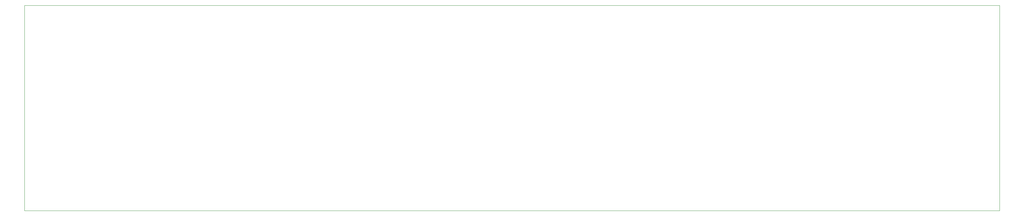
<source format=gbr>
%TF.GenerationSoftware,KiCad,Pcbnew,9.0.1*%
%TF.CreationDate,2025-05-18T13:27:06-05:00*%
%TF.ProjectId,OM-60-Flex,4f4d2d36-302d-4466-9c65-782e6b696361,rev?*%
%TF.SameCoordinates,Original*%
%TF.FileFunction,Profile,NP*%
%FSLAX46Y46*%
G04 Gerber Fmt 4.6, Leading zero omitted, Abs format (unit mm)*
G04 Created by KiCad (PCBNEW 9.0.1) date 2025-05-18 13:27:06*
%MOMM*%
%LPD*%
G01*
G04 APERTURE LIST*
%TA.AperFunction,Profile*%
%ADD10C,0.050000*%
%TD*%
G04 APERTURE END LIST*
D10*
X20782060Y-34906913D02*
X280782057Y-34906913D01*
X280782057Y-89906913D01*
X20782060Y-89906913D01*
X20782060Y-34906913D01*
M02*

</source>
